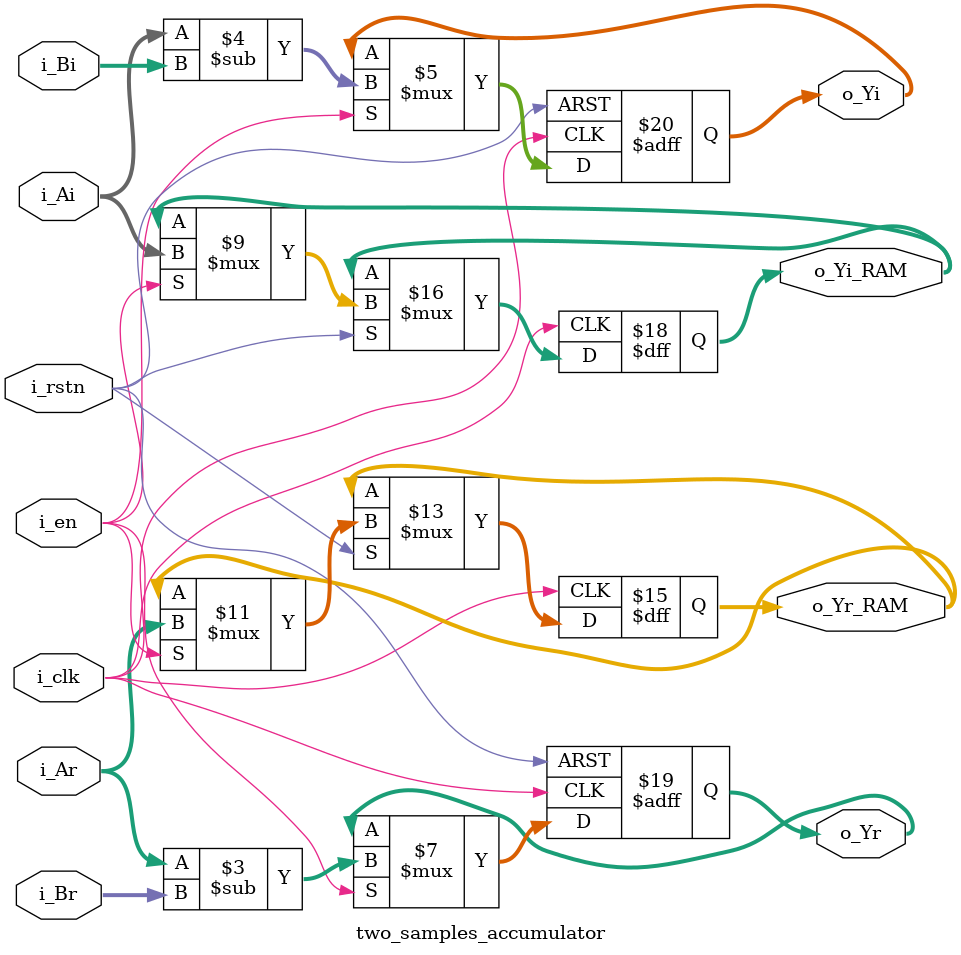
<source format=v>
`timescale 1ns / 1ps

module two_samples_accumulator #(parameter DATA_WIDTH = 16)
(
    input i_clk,
    input i_rstn,
    input i_en,
    input signed [DATA_WIDTH-1:0] i_Ar,
    input signed [DATA_WIDTH-1:0] i_Ai,
    input signed [DATA_WIDTH-1:0] i_Br,
    input signed [DATA_WIDTH-1:0] i_Bi,
    output reg [DATA_WIDTH-1:0] o_Yr_RAM,
	output reg [DATA_WIDTH-1:0] o_Yi_RAM,
    output reg [DATA_WIDTH-1:0] o_Yr,
	output reg [DATA_WIDTH-1:0] o_Yi
);

always@(posedge i_clk, negedge i_rstn)
begin
    if(!i_rstn)
        begin
            o_Yr <= 16'd0;
            o_Yi <= 16'd0;
        end
    else if(i_en)
        begin
            o_Yr_RAM <= i_Ar;
            o_Yi_RAM <= i_Ai;
            o_Yr <= i_Ar - i_Br;
            o_Yi <= i_Ai - i_Bi;
        end
    else;
end
endmodule
</source>
